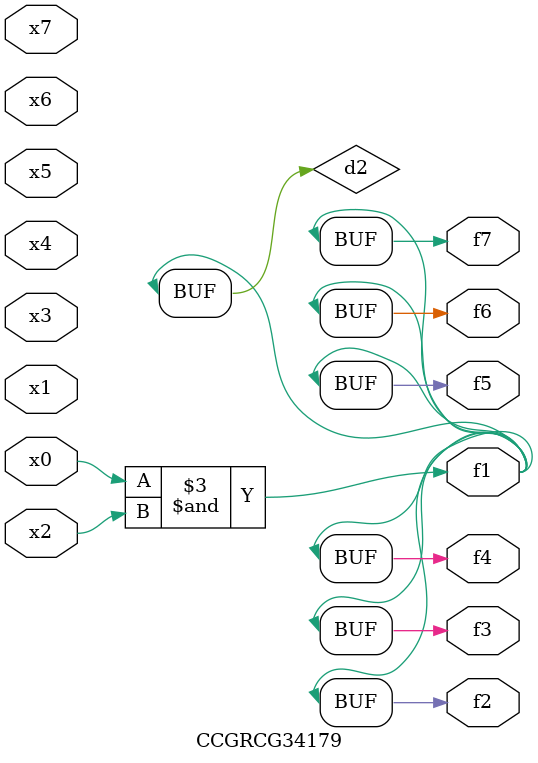
<source format=v>
module CCGRCG34179(
	input x0, x1, x2, x3, x4, x5, x6, x7,
	output f1, f2, f3, f4, f5, f6, f7
);

	wire d1, d2;

	nor (d1, x3, x6);
	and (d2, x0, x2);
	assign f1 = d2;
	assign f2 = d2;
	assign f3 = d2;
	assign f4 = d2;
	assign f5 = d2;
	assign f6 = d2;
	assign f7 = d2;
endmodule

</source>
